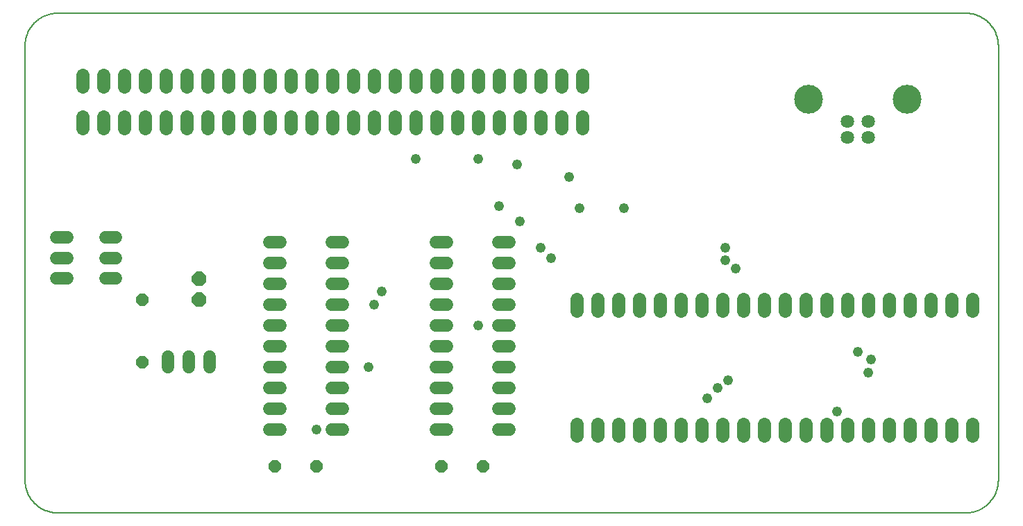
<source format=gbs>
G75*
%MOIN*%
%OFA0B0*%
%FSLAX25Y25*%
%IPPOS*%
%LPD*%
%AMOC8*
5,1,8,0,0,1.08239X$1,22.5*
%
%ADD10C,0.00600*%
%ADD11C,0.06450*%
%ADD12C,0.06000*%
%ADD13OC8,0.06000*%
%ADD14C,0.06343*%
%ADD15OC8,0.07000*%
%ADD16C,0.13855*%
%ADD17C,0.06422*%
%ADD18C,0.04762*%
D10*
X0025048Y0006800D02*
X0461052Y0006800D01*
X0461433Y0006805D01*
X0461813Y0006818D01*
X0462193Y0006841D01*
X0462572Y0006874D01*
X0462950Y0006915D01*
X0463327Y0006965D01*
X0463703Y0007025D01*
X0464078Y0007093D01*
X0464450Y0007171D01*
X0464821Y0007258D01*
X0465189Y0007353D01*
X0465555Y0007458D01*
X0465918Y0007571D01*
X0466279Y0007693D01*
X0466636Y0007823D01*
X0466990Y0007963D01*
X0467341Y0008110D01*
X0467688Y0008267D01*
X0468031Y0008431D01*
X0468370Y0008604D01*
X0468705Y0008785D01*
X0469036Y0008974D01*
X0469361Y0009171D01*
X0469682Y0009375D01*
X0469998Y0009588D01*
X0470308Y0009808D01*
X0470614Y0010035D01*
X0470913Y0010270D01*
X0471207Y0010512D01*
X0471495Y0010760D01*
X0471777Y0011016D01*
X0472052Y0011279D01*
X0472321Y0011548D01*
X0472584Y0011823D01*
X0472840Y0012105D01*
X0473088Y0012393D01*
X0473330Y0012687D01*
X0473565Y0012986D01*
X0473792Y0013292D01*
X0474012Y0013602D01*
X0474225Y0013918D01*
X0474429Y0014239D01*
X0474626Y0014564D01*
X0474815Y0014895D01*
X0474996Y0015230D01*
X0475169Y0015569D01*
X0475333Y0015912D01*
X0475490Y0016259D01*
X0475637Y0016610D01*
X0475777Y0016964D01*
X0475907Y0017321D01*
X0476029Y0017682D01*
X0476142Y0018045D01*
X0476247Y0018411D01*
X0476342Y0018779D01*
X0476429Y0019150D01*
X0476507Y0019522D01*
X0476575Y0019897D01*
X0476635Y0020273D01*
X0476685Y0020650D01*
X0476726Y0021028D01*
X0476759Y0021407D01*
X0476782Y0021787D01*
X0476795Y0022167D01*
X0476800Y0022548D01*
X0476800Y0231052D01*
X0476795Y0231433D01*
X0476782Y0231813D01*
X0476759Y0232193D01*
X0476726Y0232572D01*
X0476685Y0232950D01*
X0476635Y0233327D01*
X0476575Y0233703D01*
X0476507Y0234078D01*
X0476429Y0234450D01*
X0476342Y0234821D01*
X0476247Y0235189D01*
X0476142Y0235555D01*
X0476029Y0235918D01*
X0475907Y0236279D01*
X0475777Y0236636D01*
X0475637Y0236990D01*
X0475490Y0237341D01*
X0475333Y0237688D01*
X0475169Y0238031D01*
X0474996Y0238370D01*
X0474815Y0238705D01*
X0474626Y0239036D01*
X0474429Y0239361D01*
X0474225Y0239682D01*
X0474012Y0239998D01*
X0473792Y0240308D01*
X0473565Y0240614D01*
X0473330Y0240913D01*
X0473088Y0241207D01*
X0472840Y0241495D01*
X0472584Y0241777D01*
X0472321Y0242052D01*
X0472052Y0242321D01*
X0471777Y0242584D01*
X0471495Y0242840D01*
X0471207Y0243088D01*
X0470913Y0243330D01*
X0470614Y0243565D01*
X0470308Y0243792D01*
X0469998Y0244012D01*
X0469682Y0244225D01*
X0469361Y0244429D01*
X0469036Y0244626D01*
X0468705Y0244815D01*
X0468370Y0244996D01*
X0468031Y0245169D01*
X0467688Y0245333D01*
X0467341Y0245490D01*
X0466990Y0245637D01*
X0466636Y0245777D01*
X0466279Y0245907D01*
X0465918Y0246029D01*
X0465555Y0246142D01*
X0465189Y0246247D01*
X0464821Y0246342D01*
X0464450Y0246429D01*
X0464078Y0246507D01*
X0463703Y0246575D01*
X0463327Y0246635D01*
X0462950Y0246685D01*
X0462572Y0246726D01*
X0462193Y0246759D01*
X0461813Y0246782D01*
X0461433Y0246795D01*
X0461052Y0246800D01*
X0025048Y0246800D01*
X0024667Y0246795D01*
X0024287Y0246782D01*
X0023907Y0246759D01*
X0023528Y0246726D01*
X0023150Y0246685D01*
X0022773Y0246635D01*
X0022397Y0246575D01*
X0022022Y0246507D01*
X0021650Y0246429D01*
X0021279Y0246342D01*
X0020911Y0246247D01*
X0020545Y0246142D01*
X0020182Y0246029D01*
X0019821Y0245907D01*
X0019464Y0245777D01*
X0019110Y0245637D01*
X0018759Y0245490D01*
X0018412Y0245333D01*
X0018069Y0245169D01*
X0017730Y0244996D01*
X0017395Y0244815D01*
X0017064Y0244626D01*
X0016739Y0244429D01*
X0016418Y0244225D01*
X0016102Y0244012D01*
X0015792Y0243792D01*
X0015486Y0243565D01*
X0015187Y0243330D01*
X0014893Y0243088D01*
X0014605Y0242840D01*
X0014323Y0242584D01*
X0014048Y0242321D01*
X0013779Y0242052D01*
X0013516Y0241777D01*
X0013260Y0241495D01*
X0013012Y0241207D01*
X0012770Y0240913D01*
X0012535Y0240614D01*
X0012308Y0240308D01*
X0012088Y0239998D01*
X0011875Y0239682D01*
X0011671Y0239361D01*
X0011474Y0239036D01*
X0011285Y0238705D01*
X0011104Y0238370D01*
X0010931Y0238031D01*
X0010767Y0237688D01*
X0010610Y0237341D01*
X0010463Y0236990D01*
X0010323Y0236636D01*
X0010193Y0236279D01*
X0010071Y0235918D01*
X0009958Y0235555D01*
X0009853Y0235189D01*
X0009758Y0234821D01*
X0009671Y0234450D01*
X0009593Y0234078D01*
X0009525Y0233703D01*
X0009465Y0233327D01*
X0009415Y0232950D01*
X0009374Y0232572D01*
X0009341Y0232193D01*
X0009318Y0231813D01*
X0009305Y0231433D01*
X0009300Y0231052D01*
X0009300Y0022548D01*
X0009305Y0022167D01*
X0009318Y0021787D01*
X0009341Y0021407D01*
X0009374Y0021028D01*
X0009415Y0020650D01*
X0009465Y0020273D01*
X0009525Y0019897D01*
X0009593Y0019522D01*
X0009671Y0019150D01*
X0009758Y0018779D01*
X0009853Y0018411D01*
X0009958Y0018045D01*
X0010071Y0017682D01*
X0010193Y0017321D01*
X0010323Y0016964D01*
X0010463Y0016610D01*
X0010610Y0016259D01*
X0010767Y0015912D01*
X0010931Y0015569D01*
X0011104Y0015230D01*
X0011285Y0014895D01*
X0011474Y0014564D01*
X0011671Y0014239D01*
X0011875Y0013918D01*
X0012088Y0013602D01*
X0012308Y0013292D01*
X0012535Y0012986D01*
X0012770Y0012687D01*
X0013012Y0012393D01*
X0013260Y0012105D01*
X0013516Y0011823D01*
X0013779Y0011548D01*
X0014048Y0011279D01*
X0014323Y0011016D01*
X0014605Y0010760D01*
X0014893Y0010512D01*
X0015187Y0010270D01*
X0015486Y0010035D01*
X0015792Y0009808D01*
X0016102Y0009588D01*
X0016418Y0009375D01*
X0016739Y0009171D01*
X0017064Y0008974D01*
X0017395Y0008785D01*
X0017730Y0008604D01*
X0018069Y0008431D01*
X0018412Y0008267D01*
X0018759Y0008110D01*
X0019110Y0007963D01*
X0019464Y0007823D01*
X0019821Y0007693D01*
X0020182Y0007571D01*
X0020545Y0007458D01*
X0020911Y0007353D01*
X0021279Y0007258D01*
X0021650Y0007171D01*
X0022022Y0007093D01*
X0022397Y0007025D01*
X0022773Y0006965D01*
X0023150Y0006915D01*
X0023528Y0006874D01*
X0023907Y0006841D01*
X0024287Y0006818D01*
X0024667Y0006805D01*
X0025048Y0006800D01*
D11*
X0274300Y0043975D02*
X0274300Y0049625D01*
X0284300Y0049625D02*
X0284300Y0043975D01*
X0294300Y0043975D02*
X0294300Y0049625D01*
X0304300Y0049625D02*
X0304300Y0043975D01*
X0314300Y0043975D02*
X0314300Y0049625D01*
X0324300Y0049625D02*
X0324300Y0043975D01*
X0334300Y0043975D02*
X0334300Y0049625D01*
X0344300Y0049625D02*
X0344300Y0043975D01*
X0354300Y0043975D02*
X0354300Y0049625D01*
X0364300Y0049625D02*
X0364300Y0043975D01*
X0374300Y0043975D02*
X0374300Y0049625D01*
X0384300Y0049625D02*
X0384300Y0043975D01*
X0394300Y0043975D02*
X0394300Y0049625D01*
X0404300Y0049625D02*
X0404300Y0043975D01*
X0414300Y0043975D02*
X0414300Y0049625D01*
X0424300Y0049625D02*
X0424300Y0043975D01*
X0434300Y0043975D02*
X0434300Y0049625D01*
X0444300Y0049625D02*
X0444300Y0043975D01*
X0454300Y0043975D02*
X0454300Y0049625D01*
X0464300Y0049625D02*
X0464300Y0043975D01*
X0464300Y0103975D02*
X0464300Y0109625D01*
X0454300Y0109625D02*
X0454300Y0103975D01*
X0444300Y0103975D02*
X0444300Y0109625D01*
X0434300Y0109625D02*
X0434300Y0103975D01*
X0424300Y0103975D02*
X0424300Y0109625D01*
X0414300Y0109625D02*
X0414300Y0103975D01*
X0404300Y0103975D02*
X0404300Y0109625D01*
X0394300Y0109625D02*
X0394300Y0103975D01*
X0384300Y0103975D02*
X0384300Y0109625D01*
X0374300Y0109625D02*
X0374300Y0103975D01*
X0364300Y0103975D02*
X0364300Y0109625D01*
X0354300Y0109625D02*
X0354300Y0103975D01*
X0344300Y0103975D02*
X0344300Y0109625D01*
X0334300Y0109625D02*
X0334300Y0103975D01*
X0324300Y0103975D02*
X0324300Y0109625D01*
X0314300Y0109625D02*
X0314300Y0103975D01*
X0304300Y0103975D02*
X0304300Y0109625D01*
X0294300Y0109625D02*
X0294300Y0103975D01*
X0284300Y0103975D02*
X0284300Y0109625D01*
X0274300Y0109625D02*
X0274300Y0103975D01*
D12*
X0241900Y0106800D02*
X0236700Y0106800D01*
X0236700Y0096800D02*
X0241900Y0096800D01*
X0241900Y0086800D02*
X0236700Y0086800D01*
X0236700Y0076800D02*
X0241900Y0076800D01*
X0241900Y0066800D02*
X0236700Y0066800D01*
X0236700Y0056800D02*
X0241900Y0056800D01*
X0241900Y0046800D02*
X0236700Y0046800D01*
X0211900Y0046800D02*
X0206700Y0046800D01*
X0206700Y0056800D02*
X0211900Y0056800D01*
X0211900Y0066800D02*
X0206700Y0066800D01*
X0206700Y0076800D02*
X0211900Y0076800D01*
X0211900Y0086800D02*
X0206700Y0086800D01*
X0206700Y0096800D02*
X0211900Y0096800D01*
X0211900Y0106800D02*
X0206700Y0106800D01*
X0206700Y0116800D02*
X0211900Y0116800D01*
X0211900Y0126800D02*
X0206700Y0126800D01*
X0206700Y0136800D02*
X0211900Y0136800D01*
X0236700Y0136800D02*
X0241900Y0136800D01*
X0241900Y0126800D02*
X0236700Y0126800D01*
X0236700Y0116800D02*
X0241900Y0116800D01*
X0161900Y0116800D02*
X0156700Y0116800D01*
X0156700Y0106800D02*
X0161900Y0106800D01*
X0161900Y0096800D02*
X0156700Y0096800D01*
X0156700Y0086800D02*
X0161900Y0086800D01*
X0161900Y0076800D02*
X0156700Y0076800D01*
X0156700Y0066800D02*
X0161900Y0066800D01*
X0161900Y0056800D02*
X0156700Y0056800D01*
X0156700Y0046800D02*
X0161900Y0046800D01*
X0131900Y0046800D02*
X0126700Y0046800D01*
X0126700Y0056800D02*
X0131900Y0056800D01*
X0131900Y0066800D02*
X0126700Y0066800D01*
X0126700Y0076800D02*
X0131900Y0076800D01*
X0131900Y0086800D02*
X0126700Y0086800D01*
X0126700Y0096800D02*
X0131900Y0096800D01*
X0131900Y0106800D02*
X0126700Y0106800D01*
X0126700Y0116800D02*
X0131900Y0116800D01*
X0131900Y0126800D02*
X0126700Y0126800D01*
X0126700Y0136800D02*
X0131900Y0136800D01*
X0156700Y0136800D02*
X0161900Y0136800D01*
X0161900Y0126800D02*
X0156700Y0126800D01*
X0098050Y0081900D02*
X0098050Y0076700D01*
X0088050Y0076700D02*
X0088050Y0081900D01*
X0078050Y0081900D02*
X0078050Y0076700D01*
X0053075Y0119500D02*
X0047875Y0119500D01*
X0029475Y0119500D02*
X0024275Y0119500D01*
X0024275Y0129300D02*
X0029475Y0129300D01*
X0029475Y0139100D02*
X0024275Y0139100D01*
X0047875Y0139100D02*
X0053075Y0139100D01*
X0053075Y0129300D02*
X0047875Y0129300D01*
D13*
X0065550Y0109300D03*
X0065550Y0079300D03*
X0129300Y0029300D03*
X0149300Y0029300D03*
X0209300Y0029300D03*
X0229300Y0029300D03*
D14*
X0226800Y0191528D02*
X0226800Y0197072D01*
X0216800Y0197072D02*
X0216800Y0191528D01*
X0206800Y0191528D02*
X0206800Y0197072D01*
X0196800Y0197072D02*
X0196800Y0191528D01*
X0186800Y0191528D02*
X0186800Y0197072D01*
X0176800Y0197072D02*
X0176800Y0191528D01*
X0166800Y0191528D02*
X0166800Y0197072D01*
X0156800Y0197072D02*
X0156800Y0191528D01*
X0146800Y0191528D02*
X0146800Y0197072D01*
X0136800Y0197072D02*
X0136800Y0191528D01*
X0126800Y0191528D02*
X0126800Y0197072D01*
X0116800Y0197072D02*
X0116800Y0191528D01*
X0106800Y0191528D02*
X0106800Y0197072D01*
X0096800Y0197072D02*
X0096800Y0191528D01*
X0086800Y0191528D02*
X0086800Y0197072D01*
X0076800Y0197072D02*
X0076800Y0191528D01*
X0066800Y0191528D02*
X0066800Y0197072D01*
X0056800Y0197072D02*
X0056800Y0191528D01*
X0046800Y0191528D02*
X0046800Y0197072D01*
X0036800Y0197072D02*
X0036800Y0191528D01*
X0036800Y0211528D02*
X0036800Y0217072D01*
X0046800Y0217072D02*
X0046800Y0211528D01*
X0056800Y0211528D02*
X0056800Y0217072D01*
X0066800Y0217072D02*
X0066800Y0211528D01*
X0076800Y0211528D02*
X0076800Y0217072D01*
X0086800Y0217072D02*
X0086800Y0211528D01*
X0096800Y0211528D02*
X0096800Y0217072D01*
X0106800Y0217072D02*
X0106800Y0211528D01*
X0116800Y0211528D02*
X0116800Y0217072D01*
X0126800Y0217072D02*
X0126800Y0211528D01*
X0136800Y0211528D02*
X0136800Y0217072D01*
X0146800Y0217072D02*
X0146800Y0211528D01*
X0156800Y0211528D02*
X0156800Y0217072D01*
X0166800Y0217072D02*
X0166800Y0211528D01*
X0176800Y0211528D02*
X0176800Y0217072D01*
X0186800Y0217072D02*
X0186800Y0211528D01*
X0196800Y0211528D02*
X0196800Y0217072D01*
X0206800Y0217072D02*
X0206800Y0211528D01*
X0216800Y0211528D02*
X0216800Y0217072D01*
X0226800Y0217072D02*
X0226800Y0211528D01*
X0236800Y0211528D02*
X0236800Y0217072D01*
X0246800Y0217072D02*
X0246800Y0211528D01*
X0256800Y0211528D02*
X0256800Y0217072D01*
X0266800Y0217072D02*
X0266800Y0211528D01*
X0276800Y0211528D02*
X0276800Y0217072D01*
X0276800Y0197072D02*
X0276800Y0191528D01*
X0266800Y0191528D02*
X0266800Y0197072D01*
X0256800Y0197072D02*
X0256800Y0191528D01*
X0246800Y0191528D02*
X0246800Y0197072D01*
X0236800Y0197072D02*
X0236800Y0191528D01*
D15*
X0093050Y0119300D03*
X0093050Y0109300D03*
D16*
X0385599Y0205550D03*
X0433001Y0205550D03*
D17*
X0414221Y0194881D03*
X0404379Y0194881D03*
X0404379Y0187007D03*
X0414221Y0187007D03*
D18*
X0345550Y0134300D03*
X0345550Y0128050D03*
X0350550Y0124300D03*
X0296800Y0153050D03*
X0275550Y0153050D03*
X0270550Y0168050D03*
X0245550Y0174300D03*
X0226800Y0176800D03*
X0196800Y0176800D03*
X0236800Y0154300D03*
X0246800Y0146800D03*
X0256800Y0134300D03*
X0261800Y0129300D03*
X0226800Y0096800D03*
X0180550Y0113050D03*
X0176800Y0106800D03*
X0174300Y0076800D03*
X0149300Y0046800D03*
X0336800Y0061800D03*
X0341800Y0066800D03*
X0346800Y0070550D03*
X0399300Y0055550D03*
X0414300Y0074300D03*
X0415550Y0080550D03*
X0409300Y0084300D03*
M02*

</source>
